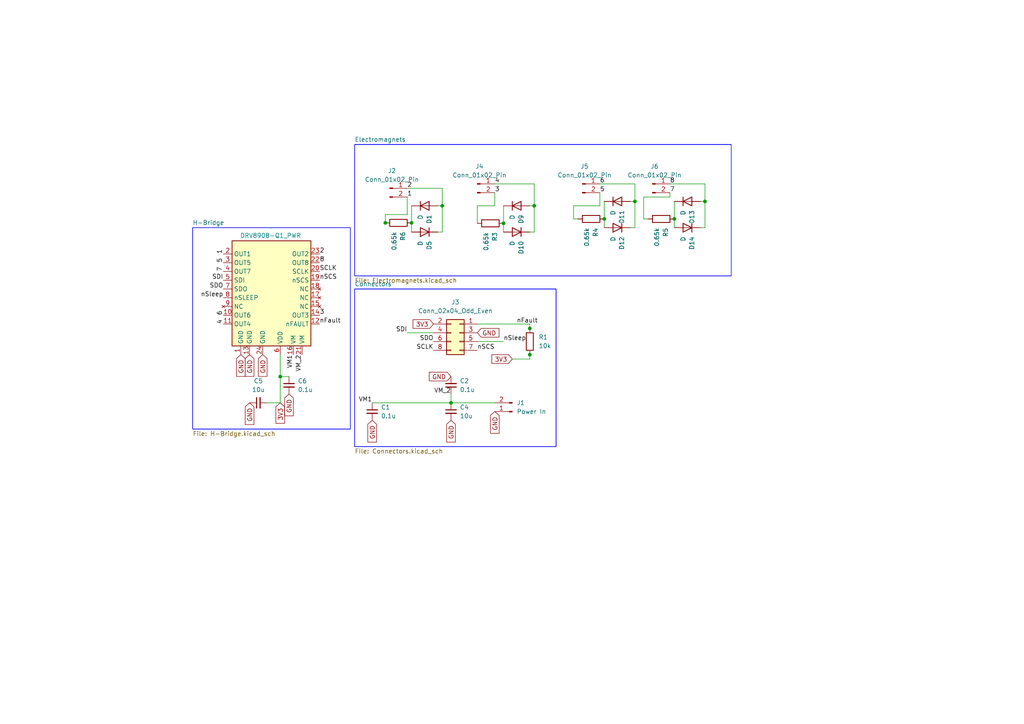
<source format=kicad_sch>
(kicad_sch (version 20231120) (generator "eeschema") (generator_version "8.0")
  (paper "A4")
  (lib_symbols
    (symbol "Connector:Conn_01x02_Pin" (pin_names (offset 1.016) hide)
      (property "Reference" "J" (at 0 2.54 0))
      (property "Value" "Conn_01x02_Pin" (at 0 -5.08 0))
      (symbol "Conn_01x02_Pin_1_1"
        (polyline (pts (xy 1.27 -2.54) (xy 0.8636 -2.54)) (stroke (width 0.1524)))
        (polyline (pts (xy 1.27 0) (xy 0.8636 0)) (stroke (width 0.1524)))
        (rectangle (start 0.8636 -2.413) (end 0 -2.667) (stroke (width 0.1524)) (fill (type outline)))
        (rectangle (start 0.8636 0.127) (end 0 -0.127) (stroke (width 0.1524)) (fill (type outline)))
        (pin passive line (at 5.08 0 180) (length 3.81) (name "Pin_1") (number "1"))
        (pin passive line (at 5.08 -2.54 180) (length 3.81) (name "Pin_2") (number "2"))
      )
    )
    (symbol "Connector_Generic:Conn_02x04_Odd_Even" (pin_names (offset 1.016) hide)
      (property "Reference" "J" (at 1.27 5.08 0))
      (property "Value" "Conn_02x04_Odd_Even" (at 1.27 -7.62 0))
      (symbol "Conn_02x04_Odd_Even_1_1"
        (rectangle (start -1.27 -4.953) (end 0 -5.207) (stroke (width 0.1524)))
        (rectangle (start -1.27 -2.413) (end 0 -2.667) (stroke (width 0.1524)))
        (rectangle (start -1.27 0.127) (end 0 -0.127) (stroke (width 0.1524)))
        (rectangle (start -1.27 2.667) (end 0 2.413) (stroke (width 0.1524)))
        (rectangle (start -1.27 3.81) (end 3.81 -6.35) (stroke (width 0.254)) (fill (type background)))
        (rectangle (start 3.81 -4.953) (end 2.54 -5.207) (stroke (width 0.1524)))
        (rectangle (start 3.81 -2.413) (end 2.54 -2.667) (stroke (width 0.1524)))
        (rectangle (start 3.81 0.127) (end 2.54 -0.127) (stroke (width 0.1524)))
        (rectangle (start 3.81 2.667) (end 2.54 2.413) (stroke (width 0.1524)))
        (pin passive line (at -5.08 2.54 0) (length 3.81) (name "Pin_1") (number "1"))
        (pin passive line (at 7.62 2.54 180) (length 3.81) (name "Pin_2") (number "2"))
        (pin passive line (at -5.08 0 0) (length 3.81) (name "Pin_3") (number "3"))
        (pin passive line (at 7.62 0 180) (length 3.81) (name "Pin_4") (number "4"))
        (pin passive line (at -5.08 -2.54 0) (length 3.81) (name "Pin_5") (number "5"))
        (pin passive line (at 7.62 -2.54 180) (length 3.81) (name "Pin_6") (number "6"))
        (pin passive line (at -5.08 -5.08 0) (length 3.81) (name "Pin_7") (number "7"))
        (pin passive line (at 7.62 -5.08 180) (length 3.81) (name "Pin_8") (number "8"))
      )
    )
    (symbol "Device:C_Small" (pin_numbers hide) (pin_names (offset 0.254) hide)
      (property "Reference" "C" (at 0.254 1.778 0))
      (property "Value" "C_Small" (at 0.254 -2.032 0))
      (symbol "C_Small_0_1"
        (polyline (pts (xy -1.524 -0.508) (xy 1.524 -0.508)) (stroke (width 0.3302)))
        (polyline (pts (xy -1.524 0.508) (xy 1.524 0.508)) (stroke (width 0.3048)))
      )
      (symbol "C_Small_1_1"
        (pin passive line (at 0 2.54 270) (length 2.032) (name "~") (number "1"))
        (pin passive line (at 0 -2.54 90) (length 2.032) (name "~") (number "2"))
      )
    )
    (symbol "Device:D" (pin_numbers hide) (pin_names (offset 1.016) hide)
      (property "Reference" "D" (at 0 2.54 0))
      (property "Value" "D" (at 0 -2.54 0))
      (symbol "D_0_1"
        (polyline (pts (xy -1.27 1.27) (xy -1.27 -1.27)) (stroke (width 0.254)))
        (polyline (pts (xy 1.27 0) (xy -1.27 0)))
        (polyline (pts (xy 1.27 1.27) (xy 1.27 -1.27) (xy -1.27 0) (xy 1.27 1.27)) (stroke (width 0.254)))
      )
      (symbol "D_1_1"
        (pin passive line (at -3.81 0 0) (length 2.54) (name "K") (number "1"))
        (pin passive line (at 3.81 0 180) (length 2.54) (name "A") (number "2"))
      )
    )
    (symbol "Device:R" (pin_numbers hide) (pin_names (offset 0))
      (property "Reference" "R" (at 2.032 0 90))
      (property "Value" "R" (at 0 0 90))
      (symbol "R_0_1"
        (rectangle (start -1.016 -2.54) (end 1.016 2.54) (stroke (width 0.254)))
      )
      (symbol "R_1_1"
        (pin passive line (at 0 3.81 270) (length 1.27) (name "~") (number "1"))
        (pin passive line (at 0 -3.81 90) (length 1.27) (name "~") (number "2"))
      )
    )
    (symbol "Driver_Motor:DRV8908-Q1_PWP"
      (symbol "DRV8908-Q1_PWP_1_1"
        (rectangle (start -11.43 12.7) (end 11.43 -17.78) (stroke (width 0.254)) (fill (type background)))
        (text "DRV8908-Q1_PWR" (at -0.254 14.224 0) (effects (font (size 1.27 1.27))))
        (pin output line (at -8.89 -20.32 90) (length 2.54) (name "GND") (number "1"))
        (pin output line (at -13.97 -8.89 0) (length 2.54) (name "OUT6") (number "10"))
        (pin output line (at -13.97 -11.43 0) (length 2.54) (name "OUT4") (number "11"))
        (pin output line (at 13.97 -11.43 180) (length 2.54) (name "nFAULT") (number "12"))
        (pin power_out line (at -6.35 -20.32 90) (length 2.54) (name "GND") (number "13"))
        (pin output line (at 13.97 -8.89 180) (length 2.54) (name "OUT3") (number "14"))
        (pin no_connect line (at 13.97 -6.35 180) (length 2.54) (name "NC") (number "15"))
        (pin power_in line (at 6.35 -20.32 90) (length 2.54) (name "VM") (number "16"))
        (pin no_connect line (at 13.97 -3.81 180) (length 2.54) (name "NC") (number "17"))
        (pin no_connect line (at 13.97 -1.27 180) (length 2.54) (name "NC") (number "18"))
        (pin passive line (at 13.97 1.27 180) (length 2.54) (name "nSCS") (number "19"))
        (pin output line (at -13.97 8.89 0) (length 2.54) (name "OUT1") (number "2"))
        (pin input line (at 13.97 3.81 180) (length 2.54) (name "SCLK") (number "20"))
        (pin power_in line (at 8.89 -20.32 90) (length 2.54) (name "VM") (number "21"))
        (pin output line (at 13.97 6.35 180) (length 2.54) (name "OUT8") (number "22"))
        (pin output line (at 13.97 8.89 180) (length 2.54) (name "OUT2") (number "23"))
        (pin power_out line (at -2.54 -20.32 90) (length 2.54) (name "GND") (number "24"))
        (pin output line (at -13.97 6.35 0) (length 2.54) (name "OUT5") (number "3"))
        (pin output line (at -13.97 3.81 0) (length 2.54) (name "OUT7") (number "4"))
        (pin input line (at -13.97 1.27 0) (length 2.54) (name "SDI") (number "5"))
        (pin power_in line (at 2.54 -20.32 90) (length 2.54) (name "VDD") (number "6"))
        (pin output line (at -13.97 -1.27 0) (length 2.54) (name "SDO") (number "7"))
        (pin passive line (at -13.97 -3.81 0) (length 2.54) (name "nSLEEP") (number "8"))
        (pin no_connect line (at -13.97 -6.35 0) (length 2.54) (name "NC") (number "9"))
      )
    )
  )
  (junction (at 204.47 58.42))
  (junction (at 130.81 116.84))
  (junction (at 146.05 64.77))
  (junction (at 195.58 63.5))
  (junction (at 153.67 102.87))
  (junction (at 119.38 64.6426))
  (junction (at 128.27 59.69))
  (junction (at 111.76 64.6426))
  (junction (at 154.94 59.69))
  (junction (at 184.15 58.42))
  (junction (at 175.26 63.5))
  (junction (at 81.28 109.22))
  (junction (at 153.67 95.25))
  (wire (pts (xy 130.81 116.84) (xy 143.51 116.84)))
  (wire (pts (xy 166.37 63.5) (xy 166.37 59.69)))
  (wire (pts (xy 186.69 57.15) (xy 194.31 57.15)))
  (wire (pts (xy 128.27 59.69) (xy 128.27 67.31)))
  (wire (pts (xy 118.11 57.15) (xy 118.11 62.23)))
  (wire (pts (xy 184.15 58.42) (xy 182.88 58.42)))
  (wire (pts (xy 173.99 59.69) (xy 173.99 55.88)))
  (wire (pts (xy 167.64 63.5) (xy 166.37 63.5)))
  (wire (pts (xy 128.27 67.31) (xy 127 67.31)))
  (wire (pts (xy 154.94 59.69) (xy 153.67 59.69)))
  (wire (pts (xy 138.43 99.06) (xy 146.05 99.06)))
  (wire (pts (xy 187.96 63.5) (xy 186.69 63.5)))
  (wire (pts (xy 204.47 66.04) (xy 203.2 66.04)))
  (wire (pts (xy 204.47 58.42) (xy 204.47 66.04)))
  (wire (pts (xy 154.94 67.31) (xy 153.67 67.31)))
  (wire (pts (xy 154.94 59.69) (xy 154.94 67.31)))
  (wire (pts (xy 204.47 58.42) (xy 204.47 53.34)))
  (wire (pts (xy 154.94 53.34) (xy 143.51 53.34)))
  (wire (pts (xy 119.38 59.69) (xy 119.38 64.6426)))
  (wire (pts (xy 153.67 96.52) (xy 153.67 95.25)))
  (wire (pts (xy 154.94 59.69) (xy 154.94 53.34)))
  (wire (pts (xy 184.15 66.04) (xy 182.88 66.04)))
  (wire (pts (xy 81.28 116.84) (xy 77.47 116.84)))
  (wire (pts (xy 186.69 63.5) (xy 186.69 57.15)))
  (wire (pts (xy 138.43 64.77) (xy 138.43 59.69)))
  (wire (pts (xy 81.28 109.22) (xy 81.28 116.84)))
  (wire (pts (xy 118.11 62.23) (xy 111.76 62.23)))
  (wire (pts (xy 111.76 62.23) (xy 111.76 64.6426)))
  (wire (pts (xy 175.26 63.5) (xy 175.26 66.04)))
  (wire (pts (xy 204.47 58.42) (xy 203.2 58.42)))
  (wire (pts (xy 128.27 59.69) (xy 128.27 54.61)))
  (wire (pts (xy 81.28 102.87) (xy 81.28 109.22)))
  (wire (pts (xy 153.67 101.6) (xy 153.67 102.87)))
  (wire (pts (xy 184.15 53.34) (xy 173.99 53.34)))
  (wire (pts (xy 153.67 102.87) (xy 153.67 104.14)))
  (wire (pts (xy 81.28 109.22) (xy 83.82 109.22)))
  (wire (pts (xy 153.67 104.14) (xy 148.59 104.14)))
  (wire (pts (xy 138.43 59.69) (xy 143.51 59.69)))
  (wire (pts (xy 195.58 58.42) (xy 195.58 63.5)))
  (wire (pts (xy 111.76 64.6426) (xy 111.76 64.77)))
  (wire (pts (xy 128.27 54.61) (xy 118.11 54.61)))
  (wire (pts (xy 204.47 53.34) (xy 194.31 53.34)))
  (wire (pts (xy 194.31 57.15) (xy 194.31 55.88)))
  (wire (pts (xy 146.05 64.77) (xy 146.05 67.31)))
  (wire (pts (xy 128.27 59.69) (xy 127 59.69)))
  (wire (pts (xy 143.51 59.69) (xy 143.51 55.88)))
  (wire (pts (xy 175.26 58.42) (xy 175.26 63.5)))
  (wire (pts (xy 195.58 63.5) (xy 195.58 66.04)))
  (wire (pts (xy 130.81 114.3) (xy 130.81 116.84)))
  (wire (pts (xy 118.11 96.52) (xy 125.73 96.52)))
  (wire (pts (xy 166.37 59.69) (xy 173.99 59.69)))
  (wire (pts (xy 146.05 59.69) (xy 146.05 64.77)))
  (wire (pts (xy 184.15 58.42) (xy 184.15 66.04)))
  (wire (pts (xy 153.67 95.25) (xy 153.67 93.98)))
  (wire (pts (xy 119.38 64.6426) (xy 119.38 67.31)))
  (wire (pts (xy 138.43 93.98) (xy 153.67 93.98)))
  (wire (pts (xy 107.95 116.84) (xy 130.81 116.84)))
  (wire (pts (xy 184.15 58.42) (xy 184.15 53.34)))
  (label "SDI" (at 118.11 96.52 180))
  (label "1" (at 64.77 73.66 90))
  (label "8" (at 194.31 53.34 0))
  (label "2" (at 92.71 73.66 0))
  (label "SDI" (at 64.77 81.28 180))
  (label "4" (at 143.51 53.34 0))
  (label "7" (at 194.31 55.88 0))
  (label "8" (at 92.71 76.2 0))
  (label "nFault" (at 92.71 93.98 0))
  (label "2" (at 118.11 54.61 0))
  (label "SCLK" (at 125.73 101.6 180))
  (label "nSleep" (at 146.05 99.06 0))
  (label "nSCS" (at 92.71 81.28 0))
  (label "nSleep" (at 64.77 86.36 180))
  (label "SDO" (at 125.73 99.06 180))
  (label "5" (at 64.77 76.2 90))
  (label "1" (at 118.11 57.15 0))
  (label "6" (at 64.77 91.44 90))
  (label "nFault" (at 149.86 93.98 0))
  (label "VM_2" (at 87.63 102.87 270))
  (label "nSCS" (at 138.43 101.6 0))
  (label "VM1" (at 107.95 116.84 180))
  (label "6" (at 173.99 53.34 0))
  (label "7" (at 64.77 78.74 90))
  (label "3" (at 92.71 91.44 0))
  (label "VM1" (at 85.09 102.87 270))
  (label "SCLK" (at 92.71 78.74 0))
  (label "5" (at 173.99 55.88 0))
  (label "4" (at 64.77 93.98 90))
  (label "VM_2" (at 130.81 114.3 180))
  (label "SDO" (at 64.77 83.82 180))
  (label "3" (at 143.51 55.88 0))
  (global_label "3V3" (shape input) (at 125.73 93.98 180) (property "Intersheetrefs" "${INTERSHEET_REFS}" (effects (hide yes))))
  (global_label "GND" (shape input) (at 69.85 102.87 270) (property "Intersheetrefs" "${INTERSHEET_REFS}" (effects (hide yes))))
  (global_label "GND" (shape input) (at 138.43 96.52 0) (property "Intersheetrefs" "${INTERSHEET_REFS}" (effects (hide yes))))
  (global_label "GND" (shape input) (at 72.39 116.84 270) (property "Intersheetrefs" "${INTERSHEET_REFS}" (effects (hide yes))))
  (global_label "GND" (shape input) (at 107.95 121.92 270) (property "Intersheetrefs" "${INTERSHEET_REFS}" (effects (hide yes))))
  (global_label "3V3" (shape input) (at 148.59 104.14 180) (property "Intersheetrefs" "${INTERSHEET_REFS}" (effects (hide yes))))
  (global_label "GND" (shape input) (at 130.81 121.92 270) (property "Intersheetrefs" "${INTERSHEET_REFS}" (effects (hide yes))))
  (global_label "3V3" (shape input) (at 81.28 116.84 270) (property "Intersheetrefs" "${INTERSHEET_REFS}" (effects (hide yes))))
  (global_label "GND" (shape input) (at 76.2 102.87 270) (property "Intersheetrefs" "${INTERSHEET_REFS}" (effects (hide yes))))
  (global_label "GND" (shape input) (at 72.39 102.87 270) (property "Intersheetrefs" "${INTERSHEET_REFS}" (effects (hide yes))))
  (global_label "GND" (shape input) (at 143.51 119.38 270) (property "Intersheetrefs" "${INTERSHEET_REFS}" (effects (hide yes))))
  (global_label "GND" (shape input) (at 83.82 114.3 270) (property "Intersheetrefs" "${INTERSHEET_REFS}" (effects (hide yes))))
  (global_label "GND" (shape input) (at 130.81 109.22 180) (property "Intersheetrefs" "${INTERSHEET_REFS}" (effects (hide yes))))
  (symbol (lib_id "Device:D") (at 149.86 59.69 0) (unit 1)
    (property "Reference" "D9" (at 151.1301 62.23 90) (effects (justify right)))
    (property "Value" "D" (at 148.5901 62.23 90) (effects (justify right)))
    (property "Footprint" "Diode_SMD:D_0603_1608Metric" (effects (hide yes)))
    (property "Description" "Diode" (effects (hide yes)))
    (property "Sim.Device" "D" (effects (hide yes)))
    (property "Sim.Pins" "1=K 2=A" (effects (hide yes)))
  )
  (symbol (lib_id "Device:C_Small") (at 107.95 119.38 0) (unit 1)
    (property "Reference" "C1" (at 110.49 118.1162 0) (effects (justify left)))
    (property "Value" "0.1u" (at 110.49 120.6562 0) (effects (justify left)))
    (property "Footprint" "Capacitor_SMD:C_0201_0603Metric" (effects (hide yes)))
    (property "Description" "Unpolarized capacitor, small symbol" (effects (hide yes)))
  )
  (symbol (lib_id "Device:R") (at 115.57 64.6426 270) (unit 1)
    (property "Reference" "R6" (at 116.8401 67.1826 0) (effects (justify left)))
    (property "Value" "0.65k" (at 114.3001 67.1826 0) (effects (justify left)))
    (property "Footprint" "Resistor_SMD:R_0201_0603Metric" (effects (hide yes)))
    (property "Description" "Resistor" (effects (hide yes)))
  )
  (symbol (lib_id "Device:R") (at 191.77 63.5 270) (unit 1)
    (property "Reference" "R5" (at 193.0401 66.04 0) (effects (justify left)))
    (property "Value" "0.65k" (at 190.5001 66.04 0) (effects (justify left)))
    (property "Footprint" "Resistor_SMD:R_0201_0603Metric" (effects (hide yes)))
    (property "Description" "Resistor" (effects (hide yes)))
  )
  (symbol (lib_id "Device:D") (at 123.19 67.31 180) (unit 1)
    (property "Reference" "D5" (at 124.4601 69.85 90) (effects (justify left)))
    (property "Value" "D" (at 121.9201 69.85 90) (effects (justify left)))
    (property "Footprint" "Diode_SMD:D_0603_1608Metric" (effects (hide yes)))
    (property "Description" "Diode" (effects (hide yes)))
    (property "Sim.Device" "D" (effects (hide yes)))
    (property "Sim.Pins" "1=K 2=A" (effects (hide yes)))
  )
  (symbol (lib_id "Connector:Conn_01x02_Pin") (at 189.23 53.34 0) (unit 1)
    (property "Reference" "J6" (at 189.865 48.26 0))
    (property "Value" "Conn_01x02_Pin" (at 189.865 50.8 0))
    (property "Footprint" "Connector_JST:JST_XH_B2B-XH-AM_1x02_P2.50mm_Vertical" (effects (hide yes)))
    (property "Description" "Generic connector, single row, 01x02, script generated" (effects (hide yes)))
  )
  (symbol (lib_id "Connector:Conn_01x02_Pin") (at 148.59 119.38 180) (unit 1)
    (property "Reference" "J1" (at 149.86 116.8399 0) (effects (justify right)))
    (property "Value" "Power In" (at 149.86 119.3799 0) (effects (justify right)))
    (property "Footprint" "Connector_AMASS:AMASS_XT60PW-M_1x02_P7.20mm_Horizontal" (effects (hide yes)))
    (property "Description" "Generic connector, single row, 01x02, script generated" (effects (hide yes)))
  )
  (symbol (lib_id "Device:R") (at 153.67 99.06 180) (unit 1)
    (property "Reference" "R1" (at 156.21 97.7899 0) (effects (justify right)))
    (property "Value" "10k" (at 156.21 100.3299 0) (effects (justify right)))
    (property "Footprint" "Resistor_SMD:R_0201_0603Metric" (effects (hide yes)))
    (property "Description" "Resistor" (effects (hide yes)))
  )
  (symbol (lib_id "Device:C_Small") (at 130.81 119.38 0) (unit 1)
    (property "Reference" "C4" (at 133.35 118.1162 0) (effects (justify left)))
    (property "Value" "10u" (at 133.35 120.6562 0) (effects (justify left)))
    (property "Footprint" "Capacitor_SMD:C_0201_0603Metric" (effects (hide yes)))
    (property "Description" "Unpolarized capacitor, small symbol" (effects (hide yes)))
  )
  (symbol (lib_id "Device:R") (at 142.24 64.77 270) (unit 1)
    (property "Reference" "R3" (at 143.5101 67.31 0) (effects (justify left)))
    (property "Value" "0.65k" (at 140.9701 67.31 0) (effects (justify left)))
    (property "Footprint" "Resistor_SMD:R_0201_0603Metric" (effects (hide yes)))
    (property "Description" "Resistor" (effects (hide yes)))
  )
  (symbol (lib_id "Connector:Conn_01x02_Pin") (at 113.03 54.61 0) (unit 1)
    (property "Reference" "J2" (at 113.665 49.53 0))
    (property "Value" "Conn_01x02_Pin" (at 113.665 52.07 0))
    (property "Footprint" "Connector_JST:JST_XH_B2B-XH-AM_1x02_P2.50mm_Vertical" (effects (hide yes)))
    (property "Description" "Generic connector, single row, 01x02, script generated" (effects (hide yes)))
  )
  (symbol (lib_id "Connector_Generic:Conn_02x04_Odd_Even") (at 133.35 96.52 0) (mirror y) (unit 1)
    (property "Reference" "J3" (at 132.08 87.63 0))
    (property "Value" "Conn_02x04_Odd_Even" (at 132.08 90.17 0))
    (property "Footprint" "Connector_PinHeader_2.54mm:PinHeader_2x04_P2.54mm_Vertical" (effects (hide yes)))
    (property "Description" "Generic connector, double row, 02x04, odd/even pin numbering scheme (row 1 odd numbers, row 2 even numbers), script generated (kicad-library-utils/schlib/autogen/connector/)" (effects (hide yes)))
  )
  (symbol (lib_id "Device:D") (at 123.19 59.69 0) (unit 1)
    (property "Reference" "D1" (at 124.4601 62.23 90) (effects (justify right)))
    (property "Value" "D" (at 121.9201 62.23 90) (effects (justify right)))
    (property "Footprint" "Diode_SMD:D_0603_1608Metric" (effects (hide yes)))
    (property "Description" "Diode" (effects (hide yes)))
    (property "Sim.Device" "D" (effects (hide yes)))
    (property "Sim.Pins" "1=K 2=A" (effects (hide yes)))
  )
  (symbol (lib_id "Device:R") (at 171.45 63.5 270) (unit 1)
    (property "Reference" "R4" (at 172.7201 66.04 0) (effects (justify left)))
    (property "Value" "0.65k" (at 170.1801 66.04 0) (effects (justify left)))
    (property "Footprint" "Resistor_SMD:R_0201_0603Metric" (effects (hide yes)))
    (property "Description" "Resistor" (effects (hide yes)))
  )
  (symbol (lib_id "Device:D") (at 199.39 58.42 0) (unit 1)
    (property "Reference" "D13" (at 200.6601 60.96 90) (effects (justify right)))
    (property "Value" "D" (at 198.1201 60.96 90) (effects (justify right)))
    (property "Footprint" "Diode_SMD:D_0603_1608Metric" (effects (hide yes)))
    (property "Description" "Diode" (effects (hide yes)))
    (property "Sim.Device" "D" (effects (hide yes)))
    (property "Sim.Pins" "1=K 2=A" (effects (hide yes)))
  )
  (symbol (lib_id "Device:D") (at 179.07 66.04 180) (unit 1)
    (property "Reference" "D12" (at 180.3401 68.58 90) (effects (justify left)))
    (property "Value" "D" (at 177.8001 68.58 90) (effects (justify left)))
    (property "Footprint" "Diode_SMD:D_0603_1608Metric" (effects (hide yes)))
    (property "Description" "Diode" (effects (hide yes)))
    (property "Sim.Device" "D" (effects (hide yes)))
    (property "Sim.Pins" "1=K 2=A" (effects (hide yes)))
  )
  (symbol (lib_id "Device:D") (at 149.86 67.31 180) (unit 1)
    (property "Reference" "D10" (at 151.1301 69.85 90) (effects (justify left)))
    (property "Value" "D" (at 148.5901 69.85 90) (effects (justify left)))
    (property "Footprint" "Diode_SMD:D_0603_1608Metric" (effects (hide yes)))
    (property "Description" "Diode" (effects (hide yes)))
    (property "Sim.Device" "D" (effects (hide yes)))
    (property "Sim.Pins" "1=K 2=A" (effects (hide yes)))
  )
  (symbol (lib_id "Device:C_Small") (at 83.82 111.76 0) (unit 1)
    (property "Reference" "C6" (at 86.36 110.4962 0) (effects (justify left)))
    (property "Value" "0.1u" (at 86.36 113.0362 0) (effects (justify left)))
    (property "Footprint" "Capacitor_SMD:C_0201_0603Metric" (effects (hide yes)))
    (property "Description" "Unpolarized capacitor, small symbol" (effects (hide yes)))
  )
  (symbol (lib_id "Device:D") (at 199.39 66.04 180) (unit 1)
    (property "Reference" "D14" (at 200.6601 68.58 90) (effects (justify left)))
    (property "Value" "D" (at 198.1201 68.58 90) (effects (justify left)))
    (property "Footprint" "Diode_SMD:D_0603_1608Metric" (effects (hide yes)))
    (property "Description" "Diode" (effects (hide yes)))
    (property "Sim.Device" "D" (effects (hide yes)))
    (property "Sim.Pins" "1=K 2=A" (effects (hide yes)))
  )
  (symbol (lib_id "Device:D") (at 179.07 58.42 0) (unit 1)
    (property "Reference" "D11" (at 180.3401 60.96 90) (effects (justify right)))
    (property "Value" "D" (at 177.8001 60.96 90) (effects (justify right)))
    (property "Footprint" "Diode_SMD:D_0603_1608Metric" (effects (hide yes)))
    (property "Description" "Diode" (effects (hide yes)))
    (property "Sim.Device" "D" (effects (hide yes)))
    (property "Sim.Pins" "1=K 2=A" (effects (hide yes)))
  )
  (symbol (lib_id "Connector:Conn_01x02_Pin") (at 138.43 53.34 0) (unit 1)
    (property "Reference" "J4" (at 139.065 48.26 0))
    (property "Value" "Conn_01x02_Pin" (at 139.065 50.8 0))
    (property "Footprint" "Connector_JST:JST_XH_B2B-XH-AM_1x02_P2.50mm_Vertical" (effects (hide yes)))
    (property "Description" "Generic connector, single row, 01x02, script generated" (effects (hide yes)))
  )
  (symbol (lib_id "Connector:Conn_01x02_Pin") (at 168.91 53.34 0) (unit 1)
    (property "Reference" "J5" (at 169.545 48.26 0))
    (property "Value" "Conn_01x02_Pin" (at 169.545 50.8 0))
    (property "Footprint" "Connector_JST:JST_XH_B2B-XH-AM_1x02_P2.50mm_Vertical" (effects (hide yes)))
    (property "Description" "Generic connector, single row, 01x02, script generated" (effects (hide yes)))
  )
  (symbol (lib_id "Device:C_Small") (at 74.93 116.84 90) (unit 1)
    (property "Reference" "C5" (at 74.9363 110.49 90))
    (property "Value" "10u" (at 74.9363 113.03 90))
    (property "Footprint" "Capacitor_SMD:C_0201_0603Metric" (effects (hide yes)))
    (property "Description" "Unpolarized capacitor, small symbol" (effects (hide yes)))
  )
  (symbol (lib_id "Driver_Motor:DRV8908-Q1_PWP") (at 78.74 82.55 0) (unit 1)
    (property "Reference" "Automotive_Multi-Channel_Half-Bridge_Drivers_with_Advanced_Diagnostics2" (effects (hide yes)))
    (property "Value" "~" (at 78.74 66.04 0))
    (property "Footprint" "Package_SO:HTSSOP-24-1EP_4.4x7.8mm_P0.65mm_EP3.4x7.8mm_Mask2.4x2.98mm" (effects (hide yes)))
    (property "Datasheet" "https://www.ti.com/lit/ds/symlink/drv8912-q1.pdf?HQS=dis-mous-null-mousermode-dsf-pf-null-wwe&DCM=yes&ref_url=https%3A%2F%2Fwww.mouser.com%2F&distId=26" (effects (hide yes)))
  )
  (symbol (lib_id "Device:C_Small") (at 130.81 111.76 180) (unit 1)
    (property "Reference" "C2" (at 133.35 110.4835 0) (effects (justify right)))
    (property "Value" "0.1u" (at 133.35 113.0235 0) (effects (justify right)))
    (property "Footprint" "Capacitor_SMD:C_0201_0603Metric" (effects (hide yes)))
    (property "Description" "Unpolarized capacitor, small symbol" (effects (hide yes)))
  )
  (sheet (at 102.87 41.91) (size 109.22 38.1) (stroke (width 0.1524) (color 0 0 255 1))
    (property "Sheetname" "Electromagnets" (at 102.87 41.1984 0) (effects (justify left bottom)))
    (property "Sheetfile" "Electromagnets.kicad_sch" (at 102.87 80.5946 0) (effects (justify left top)))
  )
  (sheet (at 102.87 83.82) (size 58.42 45.72) (stroke (width 0.1524) (color 0 0 255 1))
    (property "Sheetname" "Connectors" (at 102.87 83.1084 0) (effects (justify left bottom)))
    (property "Sheetfile" "Connectors.kicad_sch" (at 102.87 130.1246 0) (effects (justify left top)))
  )
  (sheet (at 55.88 66.04) (size 45.72 58.42) (stroke (width 0.1524) (color 0 0 255 1))
    (property "Sheetname" "H-Bridge" (at 55.88 65.3284 0) (effects (justify left bottom)))
    (property "Sheetfile" "H-Bridge.kicad_sch" (at 55.88 125.0446 0) (effects (justify left top)))
  )
)
</source>
